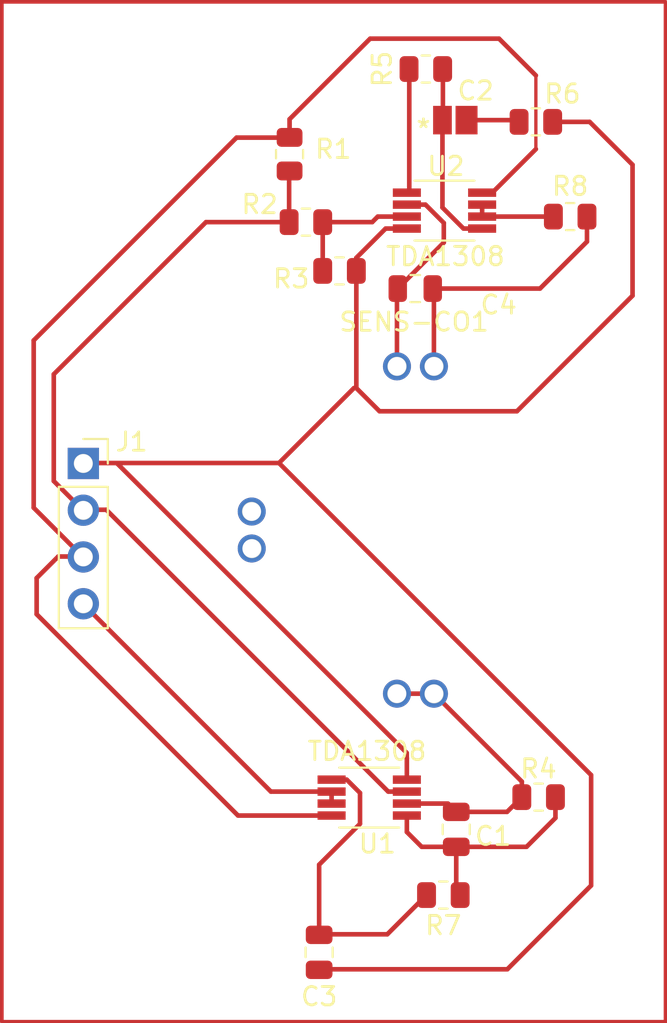
<source format=kicad_pcb>
(kicad_pcb (version 20211014) (generator pcbnew)
  (layers (0 "F.Cu" signal) (31 "B.Cu" signal) (34 "B.Paste" user) (35 "F.Paste" user) (36 "B.SilkS" user "B.Silkscreen") (37 "F.SilkS" user "F.Silkscreen") (38 "B.Mask" user) (39 "F.Mask" user) (44 "Edge.Cuts" user))
  (net 0 "")
  (net 1 "Net-(C1-Pad1)")
  (net 2 "Net-(C1-Pad2)")
  (net 3 "Net-(C2-Pad1)")
  (net 4 "Earth")
  (net 5 "Net-(C3-Pad1)")
  (net 6 "Net-(C4-Pad1)")
  (net 7 "Net-(C4-Pad2)")
  (net 8 "/VREG")
  (net 9 "/VREF")
  (net 10 "Net-(R2-Pad2)")
  (net 11 "/VGAS")
  (net 12 "Net-(C2-Pad2)")
  (net 13 "Net-(R5-Pad1)")
  (net 14 "Net-(R8-Pad1)")
  (footprint "F951E105:F951E105MPAAQ2" (layer "F.Cu") (at 156.625 35.425)
    (fp_text reference "C2" (at 1.105 -1.595) (layer "F.SilkS"))
    (fp_text value "1uF" hide)
    (fp_text user "*" (at -1.73 0.47) (layer "F.SilkS"))
    (pad "1" smd rect (at -0.6985 0) (size 1.016 1.5494) (layers "F.Cu" "F.Paste" "F.Mask") (net 3 "Net-(C2-Pad1)"))
    (pad "2" smd rect (at 0.6096 0) (size 1.1938 1.5494) (layers "F.Cu" "F.Paste" "F.Mask") (net 12 "Net-(C2-Pad2)"))
  )
  (footprint "Capacitor_SMD:C_0805_2012Metric" (layer "F.Cu") (at 156.675 73.95 -90)
    (fp_text reference "C1" (at 0.37 -2.005) (layer "F.SilkS"))
    (fp_text value "0.1uF" hide)
    (fp_line (start -0.261252 0.735) (end 0.261252 0.735) (layer "F.SilkS") (width 0.12))
    (fp_line (start -0.261252 -0.735) (end 0.261252 -0.735) (layer "F.SilkS") (width 0.12))
    (pad "1" smd roundrect (at -0.95 0 270) (size 1 1.45) (layers "F.Cu" "F.Paste" "F.Mask") (net 1 "Net-(C1-Pad1)"))
    (pad "2" smd roundrect (at 0.95 0 270) (size 1 1.45) (layers "F.Cu" "F.Paste" "F.Mask") (net 2 "Net-(C1-Pad2)"))
  )
  (footprint "Resistor_SMD:R_0805_2012Metric" (layer "F.Cu") (at 155.025 32.65)
    (fp_text reference "R5" (at -2.375 0 90) (layer "F.SilkS"))
    (fp_text value "1M" hide)
    (fp_line (start -0.227064 -0.735) (end 0.227064 -0.735) (layer "F.SilkS") (width 0.12))
    (fp_line (start -0.227064 0.735) (end 0.227064 0.735) (layer "F.SilkS") (width 0.12))
    (pad "1" smd roundrect (at -0.9125 0) (size 1.025 1.4) (layers "F.Cu" "F.Paste" "F.Mask") (roundrect_rratio 0.243902439) (net 13 "Net-(R5-Pad1)"))
    (pad "2" smd roundrect (at 0.9125 0) (size 1.025 1.4) (layers "F.Cu" "F.Paste" "F.Mask") (roundrect_rratio 0.243902439) (net 3 "Net-(C2-Pad1)"))
  )
  (footprint "Resistor_SMD:R_0805_2012Metric" (layer "F.Cu") (at 148.5125 40.965499)
    (fp_text reference "R2" (at -2.5125 -0.965499 180) (layer "F.SilkS"))
    (fp_text value "2k" hide)
    (fp_line (start -0.227064 -0.735) (end 0.227064 -0.735) (layer "F.SilkS") (width 0.12))
    (fp_line (start -0.227064 0.735) (end 0.227064 0.735) (layer "F.SilkS") (width 0.12))
    (pad "1" smd roundrect (at -0.9125 0) (size 1.025 1.4) (layers "F.Cu" "F.Paste" "F.Mask") (roundrect_rratio 0.243902439) (net 9 "/VREF"))
    (pad "2" smd roundrect (at 0.9125 0) (size 1.025 1.4) (layers "F.Cu" "F.Paste" "F.Mask") (roundrect_rratio 0.243902439) (net 10 "Net-(R2-Pad2)"))
  )
  (footprint "Capacitor_SMD:C_0805_2012Metric" (layer "F.Cu") (at 154.45 44.575)
    (fp_text reference "C4" (at 4.53 0.885) (layer "F.SilkS"))
    (fp_text value "0.1uF" hide)
    (fp_line (start -0.261252 0.735) (end 0.261252 0.735) (layer "F.SilkS") (width 0.12))
    (fp_line (start -0.261252 -0.735) (end 0.261252 -0.735) (layer "F.SilkS") (width 0.12))
    (pad "1" smd roundrect (at -0.95 0) (size 1 1.45) (layers "F.Cu" "F.Paste" "F.Mask") (net 6 "Net-(C4-Pad1)"))
    (pad "2" smd roundrect (at 0.95 0) (size 1 1.45) (layers "F.Cu" "F.Paste" "F.Mask") (net 7 "Net-(C4-Pad2)"))
  )
  (footprint "Capacitor_SMD:C_0805_2012Metric" (layer "F.Cu") (at 149.23 80.63 -90)
    (fp_text reference "C3" (at 2.4 0 180) (layer "F.SilkS"))
    (fp_text value "0.1uF" hide)
    (fp_line (start -0.261252 0.735) (end 0.261252 0.735) (layer "F.SilkS") (width 0.12))
    (fp_line (start -0.261252 -0.735) (end 0.261252 -0.735) (layer "F.SilkS") (width 0.12))
    (pad "1" smd roundrect (at -0.95 0 270) (size 1 1.45) (layers "F.Cu" "F.Paste" "F.Mask") (net 5 "Net-(C3-Pad1)"))
    (pad "2" smd roundrect (at 0.95 0 270) (size 1 1.45) (layers "F.Cu" "F.Paste" "F.Mask") (net 4 "Earth"))
  )
  (footprint "Resistor_SMD:R_0805_2012Metric" (layer "F.Cu") (at 155.975 77.52 180)
    (fp_text reference "R7" (at 0 -1.65) (layer "F.SilkS"))
    (fp_text value "100k" hide)
    (fp_line (start -0.227064 -0.735) (end 0.227064 -0.735) (layer "F.SilkS") (width 0.12))
    (fp_line (start -0.227064 0.735) (end 0.227064 0.735) (layer "F.SilkS") (width 0.12))
    (pad "1" smd roundrect (at -0.9125 0 180) (size 1.025 1.4) (layers "F.Cu" "F.Paste" "F.Mask") (roundrect_rratio 0.243902439) (net 2 "Net-(C1-Pad2)"))
    (pad "2" smd roundrect (at 0.9125 0 180) (size 1.025 1.4) (layers "F.Cu" "F.Paste" "F.Mask") (roundrect_rratio 0.243902439) (net 5 "Net-(C3-Pad1)"))
  )
  (footprint "Resistor_SMD:R_0805_2012Metric" (layer "F.Cu") (at 162.8625 40.665499)
    (fp_text reference "R8" (at 0 -1.65) (layer "F.SilkS"))
    (fp_text value "49.9R" hide)
    (fp_line (start -0.227064 0.735) (end 0.227064 0.735) (layer "F.SilkS") (width 0.12))
    (fp_line (start -0.227064 -0.735) (end 0.227064 -0.735) (layer "F.SilkS") (width 0.12))
    (pad "1" smd roundrect (at -0.9125 0) (size 1.025 1.4) (layers "F.Cu" "F.Paste" "F.Mask") (roundrect_rratio 0.243902439) (net 14 "Net-(R8-Pad1)"))
    (pad "2" smd roundrect (at 0.9125 0) (size 1.025 1.4) (layers "F.Cu" "F.Paste" "F.Mask") (roundrect_rratio 0.243902439) (net 7 "Net-(C4-Pad2)"))
  )
  (footprint "Resistor_SMD:R_0805_2012Metric" (layer "F.Cu") (at 150.3375 43.615499)
    (fp_text reference "R3" (at -2.625 0.425) (layer "F.SilkS"))
    (fp_text value "1M" hide)
    (fp_line (start -0.227064 -0.735) (end 0.227064 -0.735) (layer "F.SilkS") (width 0.12))
    (fp_line (start -0.227064 0.735) (end 0.227064 0.735) (layer "F.SilkS") (width 0.12))
    (pad "1" smd roundrect (at -0.9125 0) (size 1.025 1.4) (layers "F.Cu" "F.Paste" "F.Mask") (roundrect_rratio 0.243902439) (net 10 "Net-(R2-Pad2)"))
    (pad "2" smd roundrect (at 0.9125 0) (size 1.025 1.4) (layers "F.Cu" "F.Paste" "F.Mask") (roundrect_rratio 0.243902439) (net 4 "Earth"))
  )
  (footprint "Resistor_SMD:R_0805_2012Metric" (layer "F.Cu") (at 161.15 72.2)
    (fp_text reference "R4" (at -0.01 -1.54) (layer "F.SilkS"))
    (fp_text value "100k" hide)
    (fp_line (start -0.227064 0.735) (end 0.227064 0.735) (layer "F.SilkS") (width 0.12))
    (fp_line (start -0.227064 -0.735) (end 0.227064 -0.735) (layer "F.SilkS") (width 0.12))
    (pad "1" smd roundrect (at -0.9125 0) (size 1.025 1.4) (layers "F.Cu" "F.Paste" "F.Mask") (roundrect_rratio 0.243902439) (net 1 "Net-(C1-Pad1)"))
    (pad "2" smd roundrect (at 0.9125 0) (size 1.025 1.4) (layers "F.Cu" "F.Paste" "F.Mask") (roundrect_rratio 0.243902439) (net 2 "Net-(C1-Pad2)"))
  )
  (footprint "MPU6024T-I-MS:MCP6042T-I&slash_MS" (layer "F.Cu") (at 156.0375 40.340499)
    (fp_text reference "U2" (at 0.0762 -2.413) (layer "F.SilkS"))
    (fp_text value "TDA1308" (at 0.0508 2.4892) (layer "F.SilkS"))
    (fp_line (start -1.627 1.627) (end 1.627 1.627) (layer "F.SilkS") (width 0.12))
    (fp_line (start 1.627 -1.627) (end -1.627 -1.627) (layer "F.SilkS") (width 0.12))
    (pad "1" smd rect (at -2.0436 -0.974999) (size 1.524 0.4572) (layers "F.Cu" "F.Paste" "F.Mask") (net 13 "Net-(R5-Pad1)"))
    (pad "2" smd rect (at -2.0436 -0.325001) (size 1.524 0.4572) (layers "F.Cu" "F.Paste" "F.Mask") (net 6 "Net-(C4-Pad1)"))
    (pad "3" smd rect (at -2.0436 0.325001) (size 1.524 0.4572) (layers "F.Cu" "F.Paste" "F.Mask") (net 10 "Net-(R2-Pad2)"))
    (pad "4" smd rect (at -2.0436 0.974999) (size 1.524 0.4572) (layers "F.Cu" "F.Paste" "F.Mask") (net 4 "Earth"))
    (pad "5" smd rect (at 2.0436 0.974999) (size 1.524 0.4572) (layers "F.Cu" "F.Paste" "F.Mask") (net 3 "Net-(C2-Pad1)"))
    (pad "6" smd rect (at 2.0436 0.325001) (size 1.524 0.4572) (layers "F.Cu" "F.Paste" "F.Mask") (net 14 "Net-(R8-Pad1)"))
    (pad "7" smd rect (at 2.0436 -0.325001) (size 1.524 0.4572) (layers "F.Cu" "F.Paste" "F.Mask") (net 14 "Net-(R8-Pad1)"))
    (pad "8" smd rect (at 2.0436 -0.974999) (size 1.524 0.4572) (layers "F.Cu" "F.Paste" "F.Mask") (net 8 "/VREG"))
  )
  (footprint "Resistor_SMD:R_0805_2012Metric" (layer "F.Cu") (at 147.625 37.275 -90)
    (fp_text reference "R1" (at -0.275 -2.375) (layer "F.SilkS"))
    (fp_text value "1M" hide)
    (fp_line (start -0.227064 -0.735) (end 0.227064 -0.735) (layer "F.SilkS") (width 0.12))
    (fp_line (start -0.227064 0.735) (end 0.227064 0.735) (layer "F.SilkS") (width 0.12))
    (pad "1" smd roundrect (at -0.9125 0 270) (size 1.025 1.4) (layers "F.Cu" "F.Paste" "F.Mask") (roundrect_rratio 0.243902439) (net 8 "/VREG"))
    (pad "2" smd roundrect (at 0.9125 0 270) (size 1.025 1.4) (layers "F.Cu" "F.Paste" "F.Mask") (roundrect_rratio 0.243902439) (net 9 "/VREF"))
  )
  (footprint "Resistor_SMD:R_0805_2012Metric" (layer "F.Cu") (at 161.000008 35.519995 180)
    (fp_text reference "R6" (at -1.44 1.52) (layer "F.SilkS"))
    (fp_text value "0" hide)
    (fp_line (start -0.227064 0.735) (end 0.227064 0.735) (layer "F.SilkS") (width 0.12))
    (fp_line (start -0.227064 -0.735) (end 0.227064 -0.735) (layer "F.SilkS") (width 0.12))
    (pad "1" smd roundrect (at -0.9125 0 180) (size 1.025 1.4) (layers "F.Cu" "F.Paste" "F.Mask") (roundrect_rratio 0.243902439) (net 4 "Earth"))
    (pad "2" smd roundrect (at 0.9125 0 180) (size 1.025 1.4) (layers "F.Cu" "F.Paste" "F.Mask") (roundrect_rratio 0.243902439) (net 12 "Net-(C2-Pad2)"))
  )
  (footprint "Connector_PinSocket_2.54mm:PinSocket_1x04_P2.54mm_Vertical" (layer "F.Cu") (at 136.425 54.075)
    (fp_text reference "J1" (at 2.625 -1.175) (layer "F.SilkS"))
    (fp_text value "Conn_01x04_Male" hide)
    (fp_line (start -1.33 1.27) (end -1.33 8.95) (layer "F.SilkS") (width 0.12))
    (fp_line (start 1.33 1.27) (end 1.33 8.95) (layer "F.SilkS") (width 0.12))
    (fp_line (start -1.33 8.95) (end 1.33 8.95) (layer "F.SilkS") (width 0.12))
    (fp_line (start -1.33 1.27) (end 1.33 1.27) (layer "F.SilkS") (width 0.12))
    (fp_line (start 1.33 -1.33) (end 1.33 0) (layer "F.SilkS") (width 0.12))
    (fp_line (start 0 -1.33) (end 1.33 -1.33) (layer "F.SilkS") (width 0.12))
    (pad "1" thru_hole rect (at 0 0) (size 1.7 1.7) (drill 1) (layers *.Cu *.Mask) (net 4 "Earth"))
    (pad "2" thru_hole oval (at 0 2.54) (size 1.7 1.7) (drill 1) (layers *.Cu *.Mask) (net 9 "/VREF"))
    (pad "3" thru_hole oval (at 0 5.08) (size 1.7 1.7) (drill 1) (layers *.Cu *.Mask) (net 8 "/VREG"))
    (pad "4" thru_hole oval (at 0 7.62) (size 1.7 1.7) (drill 1) (layers *.Cu *.Mask) (net 11 "/VGAS"))
  )
  (footprint "CO2:3SP_CO_1000_P_Package_2" (layer "F.Cu") (at 154.46 57.69)
    (fp_text reference "SENS-CO1" (at -0.0762 -11.303 unlocked) (layer "F.SilkS"))
    (fp_text value "SPECSENSOR" hide)
    (pad "1" thru_hole circle locked (at -1.0033 8.89) (size 1.524 1.524) (drill 1.00076) (layers *.Cu *.Mask) (net 1 "Net-(C1-Pad1)"))
    (pad "2" thru_hole circle locked (at -8.89 1.0033) (size 1.524 1.524) (drill 1.00076) (layers *.Cu *.Mask))
    (pad "3" thru_hole circle locked (at -8.89 -1.0033) (size 1.524 1.524) (drill 1.00076) (layers *.Cu *.Mask))
    (pad "4" thru_hole circle locked (at -1.0033 -8.89) (size 1.524 1.524) (drill 1.00076) (layers *.Cu *.Mask) (net 6 "Net-(C4-Pad1)"))
    (pad "5" thru_hole circle locked (at 1.0033 -8.89) (size 1.524 1.524) (drill 1.00076) (layers *.Cu *.Mask) (net 7 "Net-(C4-Pad2)"))
    (pad "6" thru_hole circle locked (at 1.0033 8.89) (size 1.524 1.524) (drill 1.00076) (layers *.Cu "F.Mask") (net 1 "Net-(C1-Pad1)"))
  )
  (footprint "MPU6024T-I-MS:MCP6042T-I&slash_MS" (layer "F.Cu") (at 151.95 72.225 180)
    (fp_text reference "U1" (at -0.44 -2.51001) (layer "F.SilkS"))
    (fp_text value "TDA1308" (at 0.12 2.51999) (layer "F.SilkS"))
    (fp_line (start 1.627 -1.627) (end -1.627 -1.627) (layer "F.SilkS") (width 0.12))
    (fp_line (start -1.627 1.627) (end 1.627 1.627) (layer "F.SilkS") (width 0.12))
    (pad "1" smd rect (at -2.0436 -0.974999 180) (size 1.524 0.4572) (layers "F.Cu" "F.Paste" "F.Mask") (net 2 "Net-(C1-Pad2)"))
    (pad "2" smd rect (at -2.0436 -0.325001 180) (size 1.524 0.4572) (layers "F.Cu" "F.Paste" "F.Mask") (net 1 "Net-(C1-Pad1)"))
    (pad "3" smd rect (at -2.0436 0.325001 180) (size 1.524 0.4572) (layers "F.Cu" "F.Paste" "F.Mask") (net 9 "/VREF"))
    (pad "4" smd rect (at -2.0436 0.974999 180) (size 1.524 0.4572) (layers "F.Cu" "F.Paste" "F.Mask") (net 4 "Earth"))
    (pad "5" smd rect (at 2.0436 0.974999 180) (size 1.524 0.4572) (layers "F.Cu" "F.Paste" "F.Mask") (net 5 "Net-(C3-Pad1)"))
    (pad "6" smd rect (at 2.0436 0.325001 180) (size 1.524 0.4572) (layers "F.Cu" "F.Paste" "F.Mask") (net 11 "/VGAS"))
    (pad "7" smd rect (at 2.0436 -0.325001 180) (size 1.524 0.4572) (layers "F.Cu" "F.Paste" "F.Mask") (net 11 "/VGAS"))
    (pad "8" smd rect (at 2.0436 -0.974999 180) (size 1.524 0.4572) (layers "F.Cu" "F.Paste" "F.Mask") (net 8 "/VREG"))
  )
  (gr_rect (start 132 29) (end 168.04 84.4) (layer "F.Cu") (width 0.2) (fill none))
  (gr_circle (center 155.46962 48.8) (end 155.97 48.8) (layer "Edge.Cuts") (width 0.0381) (fill none))
  (gr_circle (center 145.56 56.68) (end 146.06038 56.68) (layer "Edge.Cuts") (width 0.0381) (fill none))
  (gr_circle (center 155.47 66.59) (end 155.97038 66.59) (layer "Edge.Cuts") (width 0.0381) (fill none))
  (gr_circle (center 136.425 59.15) (end 136.92538 59.15) (layer "Edge.Cuts") (width 0.0381) (fill none))
  (gr_circle (center 153.46 48.8) (end 153.96038 48.8) (layer "Edge.Cuts") (width 0.0381) (fill none))
  (gr_circle (center 153.44962 66.58) (end 153.95 66.58) (layer "Edge.Cuts") (width 0.0381) (fill none))
  (gr_circle (center 145.58 58.7) (end 146.08038 58.7) (layer "Edge.Cuts") (width 0.0381) (fill none))
  (gr_circle (center 136.425 56.625) (end 136.92538 56.625) (layer "Edge.Cuts") (width 0.0381) (fill none))
  (gr_circle (center 136.425 61.7) (end 136.92538 61.7) (layer "Edge.Cuts") (width 0.0381) (fill none))
  (gr_circle (center 136.425 54.075) (end 136.92538 54.075) (layer "Edge.Cuts") (width 0.0381) (fill none))
  (segment (start 153.9936 72.550001) (end 156.225001 72.550001) (width 0.25) (layer "F.Cu") (net 1))
  (segment (start 153.4567 66.58) (end 155.4633 66.58) (width 0.25) (layer "F.Cu") (net 1))
  (segment (start 159.4375 73) (end 160.2375 72.2) (width 0.25) (layer "F.Cu") (net 1))
  (segment (start 156.675 73) (end 159.4375 73) (width 0.25) (layer "F.Cu") (net 1))
  (segment (start 160.2375 71.3542) (end 160.2375 72.2) (width 0.25) (layer "F.Cu") (net 1))
  (segment (start 155.4633 66.58) (end 160.2375 71.3542) (width 0.25) (layer "F.Cu") (net 1))
  (segment (start 156.225001 72.550001) (end 156.675 73) (width 0.25) (layer "F.Cu") (net 1))
  (segment (start 154.8 74.9) (end 156.675 74.9) (width 0.25) (layer "F.Cu") (net 2))
  (segment (start 153.9936 74.0936) (end 154.8 74.9) (width 0.25) (layer "F.Cu") (net 2))
  (segment (start 156.675 74.9) (end 160.4925 74.9) (width 0.25) (layer "F.Cu") (net 2))
  (segment (start 162.0625 73.33) (end 162.0625 72.2) (width 0.25) (layer "F.Cu") (net 2))
  (segment (start 153.9936 73.199999) (end 153.9936 74.0936) (width 0.25) (layer "F.Cu") (net 2))
  (segment (start 156.675 77.3075) (end 156.8875 77.52) (width 0.25) (layer "F.Cu") (net 2))
  (segment (start 156.675 74.9) (end 156.675 77.3075) (width 0.25) (layer "F.Cu") (net 2))
  (segment (start 160.4925 74.9) (end 162.0625 73.33) (width 0.25) (layer "F.Cu") (net 2))
  (segment (start 155.9515 32.664) (end 155.9515 35.325) (width 0.25) (layer "F.Cu") (net 3))
  (segment (start 155.9375 32.65) (end 155.9515 32.664) (width 0.25) (layer "F.Cu") (net 3))
  (segment (start 155.9265 40.172898) (end 157.0691 41.315498) (width 0.25) (layer "F.Cu") (net 3))
  (segment (start 155.9265 35.425) (end 155.9265 40.172898) (width 0.25) (layer "F.Cu") (net 3))
  (segment (start 157.0691 41.315498) (end 158.0811 41.315498) (width 0.25) (layer "F.Cu") (net 3))
  (segment (start 138.24 54.05) (end 153.99 69.8) (width 0.25) (layer "F.Cu") (net 4))
  (segment (start 153.9939 41.315498) (end 152.839201 41.315498) (width 0.25) (layer "F.Cu") (net 4))
  (segment (start 163.92 35.52) (end 166.25 37.85) (width 0.25) (layer "F.Cu") (net 4))
  (segment (start 166.25 44.96) (end 159.97 51.24) (width 0.25) (layer "F.Cu") (net 4))
  (segment (start 152.51 51.24) (end 151.25 49.98) (width 0.25) (layer "F.Cu") (net 4))
  (segment (start 153.9936 70.0836) (end 153.9936 71.250001) (width 0.25) (layer "F.Cu") (net 4))
  (segment (start 147.05 54.05) (end 164 71) (width 0.25) (layer "F.Cu") (net 4))
  (segment (start 164 77) (end 159.45 81.55) (width 0.25) (layer "F.Cu") (net 4))
  (segment (start 151.25 42.904699) (end 151.25 43.615499) (width 0.25) (layer "F.Cu") (net 4))
  (segment (start 151.12 49.98) (end 147.05 54.05) (width 0.25) (layer "F.Cu") (net 4))
  (segment (start 161.9125 35.52) (end 163.92 35.52) (width 0.25) (layer "F.Cu") (net 4))
  (segment (start 153.99 69.8) (end 153.99 70.08) (width 0.25) (layer "F.Cu") (net 4))
  (segment (start 159.45 81.55) (end 149.4 81.55) (width 0.25) (layer "F.Cu") (net 4))
  (segment (start 166.25 37.85) (end 166.25 44.96) (width 0.25) (layer "F.Cu") (net 4))
  (segment (start 136.38 54.05) (end 147.05 54.05) (width 0.25) (layer "F.Cu") (net 4))
  (segment (start 151.25 49.98) (end 151.12 49.98) (width 0.25) (layer "F.Cu") (net 4))
  (segment (start 164 71) (end 164 77) (width 0.25) (layer "F.Cu") (net 4))
  (segment (start 159.97 51.24) (end 152.51 51.24) (width 0.25) (layer "F.Cu") (net 4))
  (segment (start 136.38 54.05) (end 138.24 54.05) (width 0.25) (layer "F.Cu") (net 4))
  (segment (start 153.99 70.08) (end 153.9936 70.0836) (width 0.25) (layer "F.Cu") (net 4))
  (segment (start 151.25 49.98) (end 151.25 43.615499) (width 0.25) (layer "F.Cu") (net 4))
  (segment (start 152.839201 41.315498) (end 151.25 42.904699) (width 0.25) (layer "F.Cu") (net 4))
  (segment (start 149.9064 71.250001) (end 150.728602 71.250001) (width 0.25) (layer "F.Cu") (net 5))
  (segment (start 151.45 71.971399) (end 151.45 73.65) (width 0.25) (layer "F.Cu") (net 5))
  (segment (start 150.728602 71.250001) (end 151.45 71.971399) (width 0.25) (layer "F.Cu") (net 5))
  (segment (start 149.23 75.87) (end 149.23 79.68) (width 0.25) (layer "F.Cu") (net 5))
  (segment (start 152.9325 79.65) (end 155.0625 77.52) (width 0.25) (layer "F.Cu") (net 5))
  (segment (start 151.45 73.65) (end 149.23 75.87) (width 0.25) (layer "F.Cu") (net 5))
  (segment (start 149.4 79.65) (end 152.9325 79.65) (width 0.25) (layer "F.Cu") (net 5))
  (segment (start 153.9939 40.015498) (end 155.0059 40.015498) (width 0.25) (layer "F.Cu") (net 6))
  (segment (start 153.5 44.575) (end 153.4567 44.6183) (width 0.25) (layer "F.Cu") (net 6))
  (segment (start 156 42.075) (end 153.5 44.575) (width 0.25) (layer "F.Cu") (net 6))
  (segment (start 153.4567 44.6183) (end 153.4567 48.8) (width 0.25) (layer "F.Cu") (net 6))
  (segment (start 156 41.009598) (end 156 42.075) (width 0.25) (layer "F.Cu") (net 6))
  (segment (start 155.0059 40.015498) (end 156 41.009598) (width 0.25) (layer "F.Cu") (net 6))
  (segment (start 155.4 44.575) (end 155.4633 44.6383) (width 0.25) (layer "F.Cu") (net 7))
  (segment (start 155.4 44.575) (end 161.225 44.575) (width 0.25) (layer "F.Cu") (net 7))
  (segment (start 161.225 44.575) (end 163.775 42.025) (width 0.25) (layer "F.Cu") (net 7))
  (segment (start 155.4633 44.6383) (end 155.4633 48.8) (width 0.25) (layer "F.Cu") (net 7))
  (segment (start 163.775 42.025) (end 163.775 40.665499) (width 0.25) (layer "F.Cu") (net 7))
  (segment (start 144.824999 73.199999) (end 133.89 62.265) (width 0.25) (layer "F.Cu") (net 8))
  (segment (start 135.06 59.13) (end 136.38 59.13) (width 0.25) (layer "F.Cu") (net 8))
  (segment (start 147.625 35.375) (end 152 31) (width 0.25) (layer "F.Cu") (net 8))
  (segment (start 158.6345 39.3655) (end 158.0811 39.3655) (width 0.25) (layer "F.Cu") (net 8))
  (segment (start 159 31) (end 161 33) (width 0.25) (layer "F.Cu") (net 8))
  (segment (start 161 37) (end 158.6345 39.3655) (width 0.25) (layer "F.Cu") (net 8))
  (segment (start 133.89 62.265) (end 133.89 60.3) (width 0.25) (layer "F.Cu") (net 8))
  (segment (start 133.73 56.48) (end 133.73 47.39) (width 0.25) (layer "F.Cu") (net 8))
  (segment (start 144.745 36.375) (end 147.6125 36.375) (width 0.25) (layer "F.Cu") (net 8))
  (segment (start 147.625 36.3625) (end 147.625 35.375) (width 0.25) (layer "F.Cu") (net 8))
  (segment (start 133.89 60.3) (end 135.06 59.13) (width 0.25) (layer "F.Cu") (net 8))
  (segment (start 161.000008 33.00001) (end 161.000008 37.000002) (width 0.1778) (layer "F.Cu") (net 8))
  (segment (start 152 31) (end 159 31) (width 0.25) (layer "F.Cu") (net 8))
  (segment (start 136.38 59.13) (end 133.73 56.48) (width 0.25) (layer "F.Cu") (net 8))
  (segment (start 149.9064 73.199999) (end 144.824999 73.199999) (width 0.25) (layer "F.Cu") (net 8))
  (segment (start 133.73 47.39) (end 144.745 36.375) (width 0.25) (layer "F.Cu") (net 8))
  (segment (start 152.9816 71.899999) (end 137.671601 56.59) (width 0.25) (layer "F.Cu") (net 9))
  (segment (start 137.671601 56.59) (end 136.38 56.59) (width 0.25) (layer "F.Cu") (net 9))
  (segment (start 153.9936 71.899999) (end 152.9816 71.899999) (width 0.25) (layer "F.Cu") (net 9))
  (segment (start 147.6 40.965499) (end 143.084501 40.965499) (width 0.25) (layer "F.Cu") (net 9))
  (segment (start 134.82 55.03) (end 136.38 56.59) (width 0.25) (layer "F.Cu") (net 9))
  (segment (start 134.82 49.23) (end 134.82 55.03) (width 0.25) (layer "F.Cu") (net 9))
  (segment (start 143.084501 40.965499) (end 134.82 49.23) (width 0.25) (layer "F.Cu") (net 9))
  (segment (start 147.6 38.265499) (end 147.6 40.965499) (width 0.25) (layer "F.Cu") (net 9))
  (segment (start 152.1125 40.965499) (end 149.425 40.965499) (width 0.25) (layer "F.Cu") (net 10))
  (segment (start 149.425 40.965499) (end 149.425 43.615499) (width 0.25) (layer "F.Cu") (net 10))
  (segment (start 153.9939 40.6655) (end 152.4125 40.665499) (width 0.25) (layer "F.Cu") (net 10))
  (segment (start 152.4125 40.665499) (end 152.1125 40.965499) (width 0.25) (layer "F.Cu") (net 10))
  (segment (start 149.9064 71.899999) (end 149.9064 72.550001) (width 0.25) (layer "F.Cu") (net 11))
  (segment (start 149.9064 71.899999) (end 146.609999 71.899999) (width 0.25) (layer "F.Cu") (net 11))
  (segment (start 146.609999 71.899999) (end 136.38 61.67) (width 0.25) (layer "F.Cu") (net 11))
  (segment (start 157.2346 35.425) (end 159.9925 35.425) (width 0.25) (layer "F.Cu") (net 12))
  (segment (start 159.9925 35.425) (end 160.0875 35.52) (width 0.25) (layer "F.Cu") (net 12))
  (segment (start 154.125 39.2344) (end 153.9939 39.3655) (width 0.25) (layer "F.Cu") (net 13))
  (segment (start 154.125 32.6625) (end 154.125 39.2344) (width 0.25) (layer "F.Cu") (net 13))
  (segment (start 161.95 40.665499) (end 158.0811 40.6655) (width 0.25) (layer "F.Cu") (net 14))
  (segment (start 158.0811 40.015498) (end 158.0811 40.6655) (width 0.25) (layer "F.Cu") (net 14))
)
</source>
